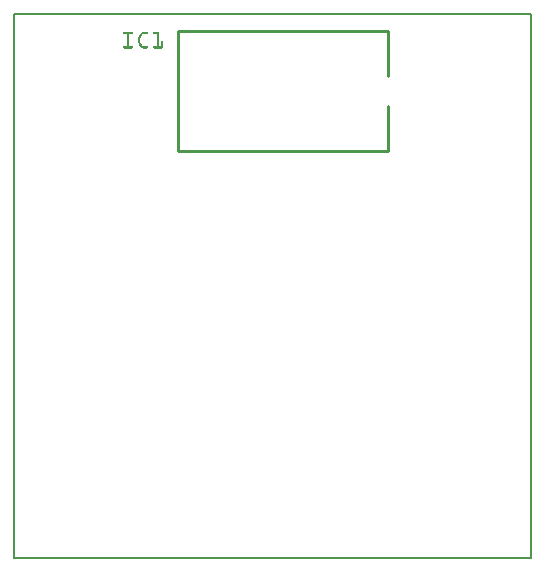
<source format=gto>
G04 MADE WITH FRITZING*
G04 WWW.FRITZING.ORG*
G04 DOUBLE SIDED*
G04 HOLES PLATED*
G04 CONTOUR ON CENTER OF CONTOUR VECTOR*
%ASAXBY*%
%FSLAX23Y23*%
%MOIN*%
%OFA0B0*%
%SFA1.0B1.0*%
%ADD10R,1.730980X1.820650X1.714980X1.804650*%
%ADD11C,0.008000*%
%ADD12C,0.010000*%
%ADD13R,0.001000X0.001000*%
%LNSILK1*%
G90*
G70*
G54D11*
X4Y1817D02*
X1727Y1817D01*
X1727Y4D01*
X4Y4D01*
X4Y1817D01*
D02*
G54D12*
X1249Y1761D02*
X549Y1761D01*
D02*
X549Y1761D02*
X549Y1361D01*
D02*
X549Y1361D02*
X1249Y1361D01*
D02*
X1249Y1761D02*
X1249Y1611D01*
D02*
X1249Y1511D02*
X1249Y1361D01*
G54D13*
X369Y1757D02*
X396Y1757D01*
X433Y1757D02*
X446Y1757D01*
X469Y1757D02*
X485Y1757D01*
X367Y1756D02*
X398Y1756D01*
X429Y1756D02*
X448Y1756D01*
X467Y1756D02*
X486Y1756D01*
X366Y1755D02*
X399Y1755D01*
X428Y1755D02*
X449Y1755D01*
X466Y1755D02*
X486Y1755D01*
X366Y1754D02*
X399Y1754D01*
X426Y1754D02*
X449Y1754D01*
X466Y1754D02*
X486Y1754D01*
X366Y1753D02*
X399Y1753D01*
X426Y1753D02*
X449Y1753D01*
X466Y1753D02*
X486Y1753D01*
X366Y1752D02*
X399Y1752D01*
X425Y1752D02*
X449Y1752D01*
X466Y1752D02*
X486Y1752D01*
X367Y1751D02*
X398Y1751D01*
X424Y1751D02*
X448Y1751D01*
X467Y1751D02*
X486Y1751D01*
X379Y1750D02*
X386Y1750D01*
X424Y1750D02*
X432Y1750D01*
X479Y1750D02*
X486Y1750D01*
X379Y1749D02*
X385Y1749D01*
X423Y1749D02*
X431Y1749D01*
X480Y1749D02*
X486Y1749D01*
X379Y1748D02*
X385Y1748D01*
X423Y1748D02*
X430Y1748D01*
X480Y1748D02*
X486Y1748D01*
X379Y1747D02*
X385Y1747D01*
X422Y1747D02*
X429Y1747D01*
X480Y1747D02*
X486Y1747D01*
X379Y1746D02*
X385Y1746D01*
X422Y1746D02*
X429Y1746D01*
X480Y1746D02*
X486Y1746D01*
X379Y1745D02*
X385Y1745D01*
X421Y1745D02*
X428Y1745D01*
X480Y1745D02*
X486Y1745D01*
X379Y1744D02*
X385Y1744D01*
X421Y1744D02*
X428Y1744D01*
X480Y1744D02*
X486Y1744D01*
X379Y1743D02*
X385Y1743D01*
X420Y1743D02*
X427Y1743D01*
X480Y1743D02*
X486Y1743D01*
X379Y1742D02*
X385Y1742D01*
X420Y1742D02*
X427Y1742D01*
X480Y1742D02*
X486Y1742D01*
X379Y1741D02*
X385Y1741D01*
X419Y1741D02*
X426Y1741D01*
X480Y1741D02*
X486Y1741D01*
X379Y1740D02*
X385Y1740D01*
X419Y1740D02*
X426Y1740D01*
X480Y1740D02*
X486Y1740D01*
X379Y1739D02*
X385Y1739D01*
X418Y1739D02*
X425Y1739D01*
X480Y1739D02*
X486Y1739D01*
X379Y1738D02*
X385Y1738D01*
X418Y1738D02*
X425Y1738D01*
X480Y1738D02*
X486Y1738D01*
X379Y1737D02*
X385Y1737D01*
X417Y1737D02*
X424Y1737D01*
X480Y1737D02*
X486Y1737D01*
X379Y1736D02*
X385Y1736D01*
X417Y1736D02*
X424Y1736D01*
X480Y1736D02*
X486Y1736D01*
X379Y1735D02*
X385Y1735D01*
X417Y1735D02*
X423Y1735D01*
X480Y1735D02*
X486Y1735D01*
X379Y1734D02*
X385Y1734D01*
X416Y1734D02*
X423Y1734D01*
X480Y1734D02*
X486Y1734D01*
X379Y1733D02*
X385Y1733D01*
X416Y1733D02*
X422Y1733D01*
X480Y1733D02*
X486Y1733D01*
X379Y1732D02*
X385Y1732D01*
X416Y1732D02*
X422Y1732D01*
X480Y1732D02*
X486Y1732D01*
X379Y1731D02*
X385Y1731D01*
X416Y1731D02*
X422Y1731D01*
X480Y1731D02*
X486Y1731D01*
X379Y1730D02*
X385Y1730D01*
X416Y1730D02*
X422Y1730D01*
X480Y1730D02*
X486Y1730D01*
X379Y1729D02*
X385Y1729D01*
X416Y1729D02*
X422Y1729D01*
X480Y1729D02*
X486Y1729D01*
X379Y1728D02*
X385Y1728D01*
X416Y1728D02*
X422Y1728D01*
X480Y1728D02*
X486Y1728D01*
X379Y1727D02*
X385Y1727D01*
X416Y1727D02*
X422Y1727D01*
X480Y1727D02*
X486Y1727D01*
X495Y1727D02*
X498Y1727D01*
X379Y1726D02*
X385Y1726D01*
X416Y1726D02*
X423Y1726D01*
X480Y1726D02*
X486Y1726D01*
X494Y1726D02*
X499Y1726D01*
X379Y1725D02*
X385Y1725D01*
X417Y1725D02*
X423Y1725D01*
X480Y1725D02*
X486Y1725D01*
X494Y1725D02*
X499Y1725D01*
X379Y1724D02*
X385Y1724D01*
X417Y1724D02*
X424Y1724D01*
X480Y1724D02*
X486Y1724D01*
X494Y1724D02*
X500Y1724D01*
X379Y1723D02*
X385Y1723D01*
X417Y1723D02*
X424Y1723D01*
X480Y1723D02*
X486Y1723D01*
X494Y1723D02*
X500Y1723D01*
X379Y1722D02*
X385Y1722D01*
X418Y1722D02*
X425Y1722D01*
X480Y1722D02*
X486Y1722D01*
X494Y1722D02*
X500Y1722D01*
X379Y1721D02*
X385Y1721D01*
X418Y1721D02*
X425Y1721D01*
X480Y1721D02*
X486Y1721D01*
X494Y1721D02*
X500Y1721D01*
X379Y1720D02*
X385Y1720D01*
X419Y1720D02*
X426Y1720D01*
X480Y1720D02*
X486Y1720D01*
X494Y1720D02*
X500Y1720D01*
X379Y1719D02*
X385Y1719D01*
X419Y1719D02*
X426Y1719D01*
X480Y1719D02*
X486Y1719D01*
X494Y1719D02*
X500Y1719D01*
X379Y1718D02*
X385Y1718D01*
X420Y1718D02*
X427Y1718D01*
X480Y1718D02*
X486Y1718D01*
X494Y1718D02*
X500Y1718D01*
X379Y1717D02*
X385Y1717D01*
X420Y1717D02*
X427Y1717D01*
X480Y1717D02*
X486Y1717D01*
X494Y1717D02*
X500Y1717D01*
X379Y1716D02*
X385Y1716D01*
X421Y1716D02*
X428Y1716D01*
X480Y1716D02*
X486Y1716D01*
X494Y1716D02*
X500Y1716D01*
X379Y1715D02*
X385Y1715D01*
X421Y1715D02*
X428Y1715D01*
X480Y1715D02*
X486Y1715D01*
X494Y1715D02*
X500Y1715D01*
X379Y1714D02*
X385Y1714D01*
X422Y1714D02*
X429Y1714D01*
X480Y1714D02*
X486Y1714D01*
X494Y1714D02*
X500Y1714D01*
X379Y1713D02*
X385Y1713D01*
X422Y1713D02*
X429Y1713D01*
X480Y1713D02*
X486Y1713D01*
X494Y1713D02*
X500Y1713D01*
X379Y1712D02*
X385Y1712D01*
X423Y1712D02*
X430Y1712D01*
X480Y1712D02*
X486Y1712D01*
X494Y1712D02*
X500Y1712D01*
X379Y1711D02*
X385Y1711D01*
X423Y1711D02*
X431Y1711D01*
X480Y1711D02*
X486Y1711D01*
X494Y1711D02*
X500Y1711D01*
X379Y1710D02*
X386Y1710D01*
X424Y1710D02*
X432Y1710D01*
X479Y1710D02*
X486Y1710D01*
X493Y1710D02*
X500Y1710D01*
X367Y1709D02*
X398Y1709D01*
X424Y1709D02*
X448Y1709D01*
X467Y1709D02*
X500Y1709D01*
X366Y1708D02*
X399Y1708D01*
X425Y1708D02*
X449Y1708D01*
X466Y1708D02*
X500Y1708D01*
X366Y1707D02*
X399Y1707D01*
X426Y1707D02*
X449Y1707D01*
X466Y1707D02*
X500Y1707D01*
X366Y1706D02*
X399Y1706D01*
X427Y1706D02*
X449Y1706D01*
X466Y1706D02*
X500Y1706D01*
X366Y1705D02*
X399Y1705D01*
X428Y1705D02*
X449Y1705D01*
X466Y1705D02*
X499Y1705D01*
X367Y1704D02*
X398Y1704D01*
X430Y1704D02*
X448Y1704D01*
X467Y1704D02*
X498Y1704D01*
X369Y1703D02*
X396Y1703D01*
X433Y1703D02*
X446Y1703D01*
X469Y1703D02*
X496Y1703D01*
D02*
G04 End of Silk1*
M02*
</source>
